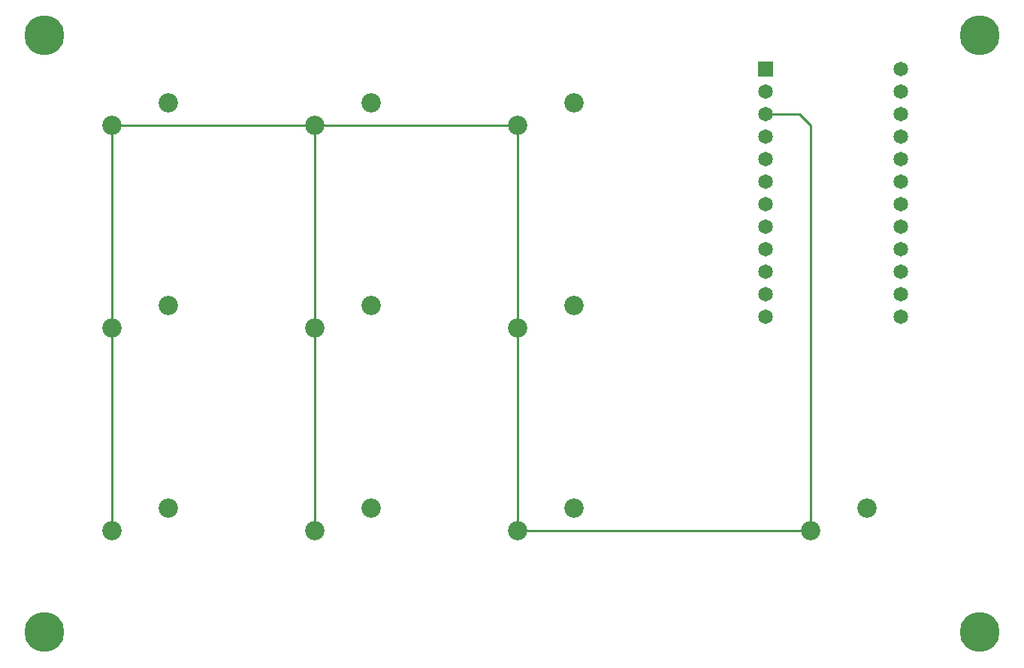
<source format=gbl>
G04 Layer: BottomLayer*
G04 EasyEDA v6.5.15, 2022-10-06 21:05:49*
G04 02616795a82046b39c2d9b7b0e6847de,2aca8c30024240cd9b3e98be76b4c399,10*
G04 Gerber Generator version 0.2*
G04 Scale: 100 percent, Rotated: No, Reflected: No *
G04 Dimensions in millimeters *
G04 leading zeros omitted , absolute positions ,4 integer and 5 decimal *
%FSLAX45Y45*%
%MOMM*%

%ADD10C,0.2540*%
%ADD11C,1.6510*%
%ADD12R,1.6510X1.6510*%
%ADD13C,2.1844*%
%ADD14C,4.5000*%

%LPD*%
D10*
X10287000Y-7112000D02*
G01*
X10287000Y-2540000D01*
X10160000Y-2413000D01*
X9779000Y-2413000D01*
X10287000Y-7112000D02*
G01*
X6985000Y-7112000D01*
X6985000Y-2540000D02*
G01*
X6985000Y-7112000D01*
X4699000Y-2540000D02*
G01*
X4699000Y-7112000D01*
X4699000Y-2540000D02*
G01*
X6985000Y-2540000D01*
X2413000Y-2540000D02*
G01*
X4699000Y-2540000D01*
X2413000Y-4826000D02*
G01*
X2413000Y-2540000D01*
X2413000Y-7112000D02*
G01*
X2413000Y-4826000D01*
D11*
G01*
X9779000Y-4699000D03*
G01*
X9779000Y-4445000D03*
G01*
X9779000Y-4191000D03*
G01*
X9779000Y-3937000D03*
G01*
X9779000Y-3683000D03*
G01*
X9779000Y-3429000D03*
G01*
X9779000Y-3175000D03*
G01*
X9779000Y-2921000D03*
G01*
X9779000Y-2667000D03*
G01*
X9779000Y-2413000D03*
G01*
X9779000Y-2159000D03*
D12*
G01*
X9779000Y-1905000D03*
D11*
G01*
X11303000Y-1905000D03*
G01*
X11303000Y-2159000D03*
G01*
X11303000Y-2413000D03*
G01*
X11303000Y-2667000D03*
G01*
X11303000Y-2921000D03*
G01*
X11303000Y-3175000D03*
G01*
X11303000Y-3429000D03*
G01*
X11303000Y-3683000D03*
G01*
X11303000Y-3937000D03*
G01*
X11303000Y-4191000D03*
G01*
X11303000Y-4445000D03*
G01*
X11303000Y-4699000D03*
D13*
G01*
X2413000Y-2540000D03*
G01*
X3048000Y-2286000D03*
G01*
X4699000Y-2540000D03*
G01*
X5334000Y-2286000D03*
G01*
X6985000Y-2540000D03*
G01*
X7620000Y-2286000D03*
G01*
X2413000Y-4826000D03*
G01*
X3048000Y-4572000D03*
G01*
X4699000Y-4826000D03*
G01*
X5334000Y-4572000D03*
G01*
X6985000Y-4826000D03*
G01*
X7620000Y-4572000D03*
G01*
X2413000Y-7112000D03*
G01*
X3048000Y-6858000D03*
G01*
X4699000Y-7112000D03*
G01*
X5334000Y-6858000D03*
G01*
X6985000Y-7112000D03*
G01*
X7620000Y-6858000D03*
G01*
X10287000Y-7112000D03*
G01*
X10922000Y-6858000D03*
D14*
G01*
X1651000Y-1524000D03*
G01*
X1651000Y-8255000D03*
G01*
X12192000Y-8255000D03*
G01*
X12192000Y-1524000D03*
M02*

</source>
